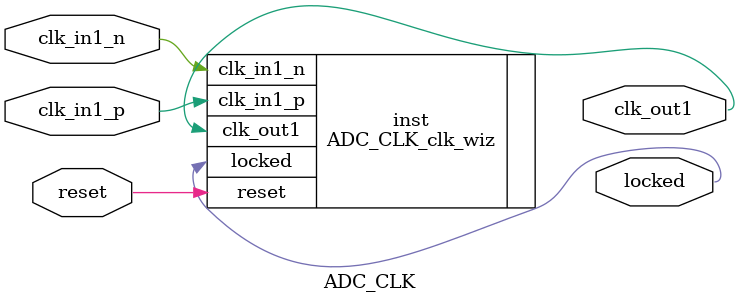
<source format=v>


`timescale 1ps/1ps

(* CORE_GENERATION_INFO = "ADC_CLK,clk_wiz_v6_0_4_0_0,{component_name=ADC_CLK,use_phase_alignment=true,use_min_o_jitter=false,use_max_i_jitter=false,use_dyn_phase_shift=false,use_inclk_switchover=false,use_dyn_reconfig=false,enable_axi=0,feedback_source=FDBK_AUTO,PRIMITIVE=MMCM,num_out_clk=1,clkin1_period=10.000,clkin2_period=10.000,use_power_down=false,use_reset=true,use_locked=true,use_inclk_stopped=false,feedback_type=SINGLE,CLOCK_MGR_TYPE=NA,manual_override=false}" *)

module ADC_CLK 
 (
  // Clock out ports
  output        clk_out1,
  // Status and control signals
  input         reset,
  output        locked,
 // Clock in ports
  input         clk_in1_p,
  input         clk_in1_n
 );

  ADC_CLK_clk_wiz inst
  (
  // Clock out ports  
  .clk_out1(clk_out1),
  // Status and control signals               
  .reset(reset), 
  .locked(locked),
 // Clock in ports
  .clk_in1_p(clk_in1_p),
  .clk_in1_n(clk_in1_n)
  );

endmodule

</source>
